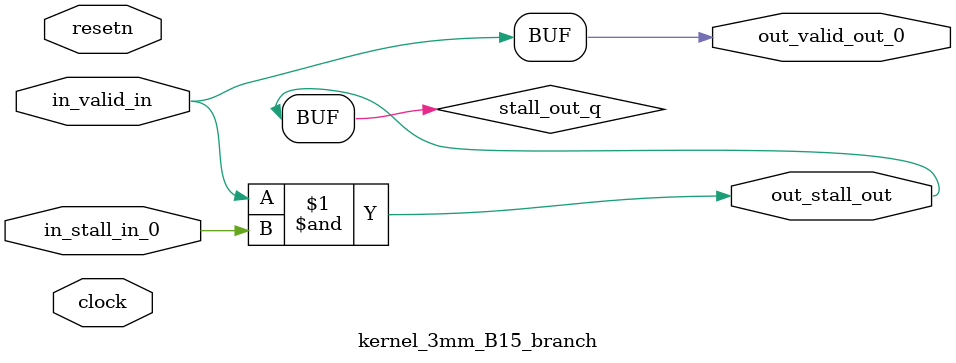
<source format=sv>



(* altera_attribute = "-name AUTO_SHIFT_REGISTER_RECOGNITION OFF; -name MESSAGE_DISABLE 10036; -name MESSAGE_DISABLE 10037; -name MESSAGE_DISABLE 14130; -name MESSAGE_DISABLE 14320; -name MESSAGE_DISABLE 15400; -name MESSAGE_DISABLE 14130; -name MESSAGE_DISABLE 10036; -name MESSAGE_DISABLE 12020; -name MESSAGE_DISABLE 12030; -name MESSAGE_DISABLE 12010; -name MESSAGE_DISABLE 12110; -name MESSAGE_DISABLE 14320; -name MESSAGE_DISABLE 13410; -name MESSAGE_DISABLE 113007; -name MESSAGE_DISABLE 10958" *)
module kernel_3mm_B15_branch (
    input wire [0:0] in_stall_in_0,
    input wire [0:0] in_valid_in,
    output wire [0:0] out_stall_out,
    output wire [0:0] out_valid_out_0,
    input wire clock,
    input wire resetn
    );

    wire [0:0] stall_out_q;


    // stall_out(LOGICAL,6)
    assign stall_out_q = in_valid_in & in_stall_in_0;

    // out_stall_out(GPOUT,4)
    assign out_stall_out = stall_out_q;

    // out_valid_out_0(GPOUT,5)
    assign out_valid_out_0 = in_valid_in;

endmodule

</source>
